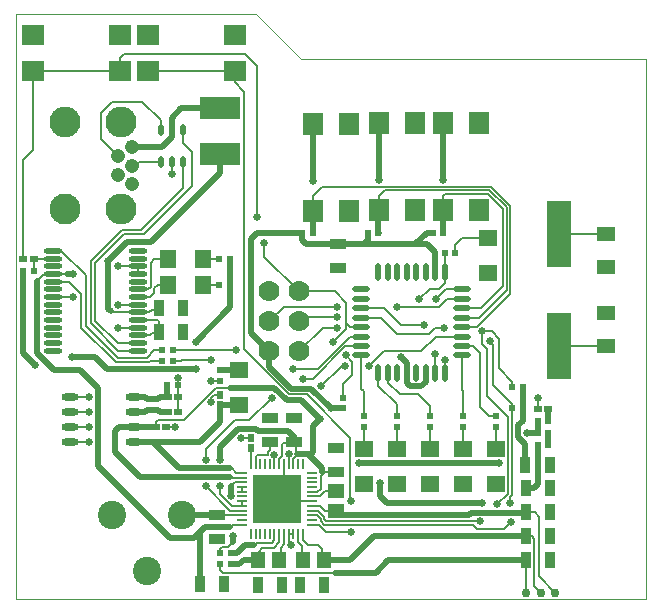
<source format=gtl>
G04*
G04 #@! TF.GenerationSoftware,Altium Limited,Altium Designer,19.1.8 (144)*
G04*
G04 Layer_Physical_Order=1*
G04 Layer_Color=255*
%FSLAX25Y25*%
%MOIN*%
G70*
G01*
G75*
%ADD13C,0.00600*%
%ADD16C,0.00050*%
%ADD17C,0.00000*%
%ADD18R,0.05709X0.03543*%
%ADD19R,0.03543X0.05709*%
%ADD20R,0.06496X0.05118*%
%ADD21R,0.02165X0.02165*%
%ADD22O,0.05906X0.02165*%
%ADD23O,0.02165X0.05906*%
%ADD24R,0.02165X0.02165*%
%ADD25R,0.07480X0.06693*%
%ADD26R,0.08268X0.22047*%
%ADD27R,0.06300X0.05500*%
%ADD28R,0.15945X0.15945*%
%ADD29O,0.00787X0.03347*%
%ADD30O,0.03347X0.00787*%
%ADD31O,0.06102X0.01772*%
%ADD32R,0.06693X0.07480*%
%ADD33R,0.13386X0.07480*%
%ADD34R,0.05500X0.06300*%
%ADD35R,0.02598X0.02441*%
%ADD36R,0.02441X0.02598*%
%ADD37R,0.04606X0.05787*%
%ADD38R,0.05787X0.04606*%
%ADD39O,0.05709X0.02362*%
%ADD40O,0.01968X0.03937*%
%ADD72C,0.02000*%
%ADD73C,0.04756*%
%ADD74O,0.10299X0.10299*%
%ADD75C,0.10299*%
%ADD76C,0.07000*%
%ADD77C,0.09449*%
%ADD78C,0.02500*%
%ADD79C,0.03000*%
D13*
X48260Y156315D02*
Y159740D01*
X42100Y165900D02*
X48260Y159740D01*
X32000Y165900D02*
X42100D01*
X28300Y162200D02*
X32000Y165900D01*
X28300Y153436D02*
Y162200D01*
Y153436D02*
X34020Y147716D01*
X117700Y77800D02*
X122650Y82750D01*
X135150D01*
X139976Y87576D01*
X142900Y79900D02*
X142912Y79888D01*
Y75580D02*
Y79888D01*
Y75580D02*
X142924Y75568D01*
X139800Y75594D02*
Y81600D01*
X139774Y75568D02*
X139800Y75594D01*
X181000Y84500D02*
X181000Y84500D01*
X196800D01*
X181000Y121902D02*
X181000Y121902D01*
X196800D01*
X158600Y89300D02*
X161000Y86900D01*
Y77000D02*
Y86900D01*
Y77000D02*
X165428Y72572D01*
X155500Y89300D02*
X158600D01*
X165428Y70800D02*
Y72572D01*
Y63700D02*
Y64972D01*
X159000Y71400D02*
X165428Y64972D01*
X159000Y71400D02*
Y84799D01*
X165400Y63672D02*
X165428Y63700D01*
X146472Y118172D02*
X148700Y120400D01*
X157300D01*
X146472Y115400D02*
Y118172D01*
X142924Y115395D02*
X142928Y115400D01*
X142924Y109032D02*
Y115395D01*
X158000Y85799D02*
X159000Y84799D01*
X158000Y85799D02*
Y86100D01*
X155500Y85000D02*
Y89300D01*
Y85000D02*
X157100Y83400D01*
X110100Y90200D02*
Y92100D01*
X105600Y85700D02*
X110100Y90200D01*
X92300Y76800D02*
X100562D01*
X111315Y87553D01*
X115145D01*
X115168Y87576D01*
X109900Y81400D02*
X112100Y79200D01*
X95800Y73503D02*
X98962D01*
X109885Y84426D01*
X115168D01*
X112100Y74800D02*
Y79200D01*
X108900Y71600D02*
X112100Y74800D01*
X108900Y67172D02*
Y71600D01*
X108230Y77530D02*
X109530D01*
X101700Y71000D02*
X108230Y77530D01*
X46100Y103700D02*
X47300Y104900D01*
X46100Y102100D02*
Y103700D01*
X44780Y100779D02*
X46100Y102100D01*
X40675Y100779D02*
X44780D01*
X47300Y104900D02*
X50600D01*
X157381Y135127D02*
X162400Y130108D01*
Y104300D02*
Y130108D01*
X155124Y97024D02*
X162400Y104300D01*
X157878Y136327D02*
X163600Y130605D01*
Y103200D02*
Y130605D01*
X154275Y93875D02*
X163600Y103200D01*
X158375Y137527D02*
X164800Y131102D01*
Y101900D02*
Y131102D01*
X153625Y90725D02*
X164800Y101900D01*
X148632Y97024D02*
X155124D01*
X148632Y93875D02*
X154275D01*
X148632Y90725D02*
X153625D01*
X44361Y95661D02*
X45244Y96544D01*
X47009D01*
X47565Y97100D01*
X40675Y95661D02*
X44361D01*
X44584Y87984D02*
X45244Y88644D01*
X47009D01*
X47565Y89200D01*
X40675Y87984D02*
X44584D01*
X47565Y89200D02*
Y92635D01*
X47098Y93102D02*
X47565Y92635D01*
X40675Y93102D02*
X47098D01*
X157100Y67600D02*
Y83400D01*
Y67600D02*
X163950Y60750D01*
X94400Y102600D02*
X106400D01*
X110100Y98900D01*
Y92100D02*
Y98900D01*
Y92100D02*
X111475Y90725D01*
X115168D01*
X139600Y90400D02*
X142800D01*
X137700Y88500D02*
X139600Y90400D01*
X127000Y88500D02*
X137700D01*
X128300Y91300D02*
X135900D01*
X122576Y97024D02*
X128300Y91300D01*
X115168Y97024D02*
X122576D01*
X109530Y77530D02*
X109800Y77800D01*
X139976Y87576D02*
X148632D01*
X121625Y93875D02*
X127000Y88500D01*
X115168Y93875D02*
X121625D01*
X127000Y97500D02*
X141000D01*
X143674Y100174D01*
X138000Y103500D02*
X141000D01*
X134500Y100000D02*
X138000Y103500D01*
X141000D02*
X142924Y105424D01*
Y109032D01*
X143324Y103324D02*
X148632D01*
X140000Y100000D02*
X143324Y103324D01*
X143674Y100174D02*
X148632D01*
X95800Y94000D02*
X107000D01*
X94400Y92600D02*
X95800Y94000D01*
X89300Y97500D02*
X107000D01*
X84400Y92600D02*
X89300Y97500D01*
X102300Y90500D02*
X107000D01*
X94400Y82600D02*
X102300Y90500D01*
X2528Y113639D02*
Y146528D01*
X154800Y64000D02*
Y82000D01*
X152374Y84426D02*
X154800Y82000D01*
X148632Y84426D02*
X152374D01*
X157828Y60972D02*
X159900D01*
X154800Y64000D02*
X157828Y60972D01*
X102027Y137527D02*
X158375D01*
X122927Y136327D02*
X157878D01*
X143127Y135127D02*
X157381D01*
X142323Y134323D02*
X143127Y135127D01*
X142323Y129826D02*
Y134323D01*
X120923D02*
X122927Y136327D01*
X120923Y129626D02*
Y134323D01*
X98923Y134423D02*
X102027Y137527D01*
X98923Y129526D02*
Y134423D01*
X115168Y70232D02*
Y81276D01*
Y70232D02*
X115900Y69500D01*
X159900Y50100D02*
Y57428D01*
X148900Y50100D02*
Y57428D01*
X137900Y50100D02*
Y57428D01*
X126900Y50100D02*
Y57428D01*
X115900Y50100D02*
Y57428D01*
X124066Y72134D02*
X127900Y68300D01*
X124066Y72134D02*
Y75528D01*
X124026Y75568D02*
X124066Y75528D01*
X127900Y68300D02*
X134100D01*
X137900Y64500D01*
Y60972D02*
Y64500D01*
X120876Y71224D02*
X126900Y65200D01*
X120876Y71224D02*
Y75568D01*
X126900Y60972D02*
Y65200D01*
X115900Y60972D02*
Y69500D01*
X148632Y69868D02*
Y81276D01*
Y69868D02*
X148900Y69600D01*
Y60972D02*
Y69600D01*
X172900Y29000D02*
X174400Y27500D01*
Y7600D02*
Y27500D01*
Y7600D02*
X179800Y2200D01*
X71537Y29563D02*
X75287D01*
X63400Y37700D02*
X71537Y29563D01*
X71922Y31138D02*
X75287D01*
X68100Y34959D02*
Y37800D01*
Y34959D02*
X71922Y31138D01*
X165400Y34800D02*
Y63672D01*
X164700Y34100D02*
X165400Y34800D01*
X164700Y32000D02*
Y34100D01*
X72220Y24720D02*
X75287D01*
X89397Y52197D02*
X92633D01*
X88800Y51600D02*
X89397Y52197D01*
X88800Y47760D02*
Y51600D01*
X90960Y48360D02*
X91000Y48400D01*
X92512Y46871D02*
X93300Y47660D01*
X92512Y45213D02*
Y46871D01*
X102125Y13000D02*
Y16675D01*
X171900Y21000D02*
X172700Y20200D01*
Y4500D02*
Y20200D01*
Y4500D02*
X175000Y2200D01*
X169965Y21000D02*
X171900D01*
X169965Y2165D02*
Y13000D01*
Y29000D02*
X172900D01*
X97000Y68300D02*
X111450Y53850D01*
Y32850D02*
Y53850D01*
X91100Y68300D02*
X97000D01*
X163950Y35177D02*
Y60750D01*
X111450Y32850D02*
X111600Y32700D01*
X54072Y71400D02*
Y73900D01*
X9457Y108457D02*
X12525D01*
X7200Y106200D02*
X9457Y108457D01*
X160500Y31727D02*
X163950Y35177D01*
X162600Y23500D02*
X164900Y25800D01*
X103333Y26072D02*
X154772D01*
X101605Y40969D02*
X103100Y42465D01*
X101986D02*
X103100D01*
X93300Y47660D02*
Y51865D01*
X92800Y52365D02*
X93300Y51865D01*
X87823Y46783D02*
X88800Y47760D01*
X87823Y45248D02*
Y46783D01*
X87787Y45213D02*
X87823Y45248D01*
X86151Y48151D02*
X86182Y48121D01*
Y45243D02*
Y48121D01*
Y45243D02*
X86213Y45213D01*
X90960Y45236D02*
Y48360D01*
X90937Y45213D02*
X90960Y45236D01*
X173968Y66968D02*
X174000Y67000D01*
X84800Y49841D02*
Y50965D01*
X84001Y49042D02*
X84800Y49841D01*
X84001Y48101D02*
Y49042D01*
X83900Y48000D02*
X84001Y48101D01*
X92900Y52365D02*
X93648D01*
X92800D02*
X92900D01*
X92633Y52197D02*
X92800Y52365D01*
X87787Y32713D02*
X98713D01*
X89362Y35862D02*
Y45213D01*
X76100Y83300D02*
X91100Y68300D01*
X76100Y83300D02*
Y169200D01*
X77800Y59700D02*
X85300Y67200D01*
X72900Y59700D02*
X77800D01*
X63400Y50200D02*
X72900Y59700D01*
X63400Y46500D02*
Y50200D01*
X101172Y24839D02*
X103511Y22500D01*
X98713Y24839D02*
X101172D01*
X103511Y22500D02*
X111600D01*
X102837Y24872D02*
X152228D01*
X153600Y23500D01*
X102806Y26599D02*
X103333Y26072D01*
X101606Y26102D02*
X102837Y24872D01*
X173968Y63400D02*
Y66968D01*
X153600Y23500D02*
X162600D01*
X101606Y26102D02*
Y26794D01*
X100570Y29527D02*
X102806Y27291D01*
Y26599D02*
Y27291D01*
X98748Y29527D02*
X100570D01*
X98713Y29563D02*
X98748Y29527D01*
X100448Y27952D02*
X101606Y26794D01*
X98748Y27952D02*
X100448D01*
X98713Y27988D02*
X98748Y27952D01*
X42600Y121600D02*
X58700Y137700D01*
X35994Y121600D02*
X42600D01*
X58700Y137700D02*
Y149000D01*
X41700Y123200D02*
X55740Y137240D01*
X35331Y123200D02*
X41700D01*
X55740Y137240D02*
Y145685D01*
X69000Y8900D02*
X106300D01*
X68128Y9772D02*
X69000Y8900D01*
X68128Y9772D02*
Y11600D01*
X78268Y53700D02*
X78300Y53732D01*
X75200Y53700D02*
X78268D01*
X50032Y57400D02*
X53200D01*
X64900Y67000D02*
X65965Y68065D01*
X64900Y65700D02*
Y67000D01*
X65000Y72900D02*
X65043Y72857D01*
X68000D01*
X65965Y68065D02*
X68000D01*
X54032Y71361D02*
X54072Y71400D01*
X54032Y67400D02*
Y71361D01*
Y62400D02*
Y67400D01*
X54900Y79500D02*
X55200Y79800D01*
X52272Y79500D02*
X54900D01*
X55200Y79800D02*
X65200D01*
X66643Y70500D02*
X71400D01*
X2428Y113539D02*
X2528Y113639D01*
X2428Y113539D02*
X2468Y113500D01*
X80300Y127300D02*
Y177900D01*
X76300Y181900D02*
X80300Y177900D01*
X36200Y181900D02*
X76300D01*
X82800Y114200D02*
X94400Y102600D01*
X82800Y114200D02*
Y118900D01*
X34826Y180526D02*
X36200Y181900D01*
X34826Y176177D02*
Y180526D01*
X103100Y42465D02*
X106600D01*
X101605Y36919D02*
Y40969D01*
X52272Y83000D02*
X73500D01*
X56043Y59900D02*
X66643Y70500D01*
X44900Y112200D02*
X46100Y113400D01*
X50600D01*
X44900Y104100D02*
Y112200D01*
X44172Y103373D02*
X44900Y104100D01*
X40709Y103373D02*
X44172D01*
X40675Y103339D02*
X40709Y103373D01*
X47300Y59900D02*
X56043D01*
X46569Y59169D02*
X47300Y59900D01*
X46569Y57401D02*
Y59169D01*
X46568Y57400D02*
X46569Y57401D01*
X80500Y48000D02*
X83900D01*
X79913Y47413D02*
X80500Y48000D01*
X79913Y45213D02*
Y47413D01*
X78300Y50268D02*
X78339Y50229D01*
Y45213D02*
Y50229D01*
X2528Y146528D02*
X5826Y149826D01*
Y176177D01*
X5922Y113564D02*
X5932Y113575D01*
X5922Y109500D02*
Y113564D01*
X12475Y113575D02*
X12500Y113600D01*
X5932Y113575D02*
X12475D01*
X90937Y19352D02*
Y21787D01*
Y19352D02*
X91750Y18539D01*
Y18050D02*
Y18539D01*
X70693Y17293D02*
X72495Y19095D01*
X68200Y15372D02*
Y16800D01*
X68128Y15300D02*
X68200Y15372D01*
Y16800D02*
X68693Y17293D01*
X70693D01*
X66976Y27988D02*
X75287D01*
X66965Y28000D02*
X66976Y27988D01*
X71700Y37600D02*
X73112Y39012D01*
X75287D01*
X86002Y17214D02*
X87787Y19000D01*
Y21787D01*
X80900Y13000D02*
Y15900D01*
X79514Y18114D02*
X80214Y18814D01*
X85414D01*
X86213Y19613D02*
Y21787D01*
X85414Y18814D02*
X86213Y19613D01*
X82214Y17214D02*
X86002D01*
X89362Y18312D02*
Y21787D01*
X75287Y35862D02*
Y37318D01*
X26550Y112156D02*
X35994Y121600D01*
X26550Y92850D02*
Y112156D01*
Y92850D02*
X33975Y85425D01*
X16843Y108457D02*
X16900Y108400D01*
X12525Y108457D02*
X16843D01*
X15525Y115872D02*
X23350Y108047D01*
X12787Y115872D02*
X15525D01*
X23350Y91150D02*
Y108047D01*
X24950Y92050D02*
Y112819D01*
X35331Y123200D01*
X17688Y105898D02*
X21750Y101836D01*
X12525Y105898D02*
X17688D01*
X24950Y92050D02*
X34134Y82866D01*
X73026Y172274D02*
X76100Y169200D01*
X73026Y172274D02*
Y176177D01*
X31600Y96024D02*
X31963Y95661D01*
X40675D01*
X75287Y31138D02*
Y32594D01*
X33255Y78982D02*
X44351D01*
X44869Y79500D02*
X48728D01*
X44351Y78982D02*
X44869Y79500D01*
X46106Y83000D02*
X48728D01*
X43688Y80582D02*
X46106Y83000D01*
X71500Y24000D02*
X72220Y24720D01*
X21750Y90487D02*
X33255Y78982D01*
X34134Y82866D02*
X40675D01*
X21750Y90487D02*
Y101836D01*
X23350Y91150D02*
X33918Y80582D01*
X43688D01*
X12525Y116134D02*
X12787Y115872D01*
X88225Y17175D02*
X89362Y18312D01*
X88225Y13000D02*
Y17175D01*
X80900Y15900D02*
X82214Y17214D01*
X100548Y35862D02*
X101605Y36919D01*
X98713Y35862D02*
X100548D01*
X91056Y21787D02*
X92393D01*
X101362Y31138D02*
X103158Y29342D01*
X106533D01*
X98713Y31138D02*
X101362D01*
X101387Y34287D02*
X103158Y36058D01*
X106533D01*
X106600Y36125D01*
X98713Y34287D02*
X101387D01*
X88968Y35469D02*
X89362Y35862D01*
X87000Y33500D02*
X88968Y35469D01*
X87000Y33500D02*
X87787Y32713D01*
X100800Y18000D02*
X102125Y16675D01*
X97546Y18000D02*
X100800D01*
X95661Y19884D02*
X97546Y18000D01*
X95661Y19884D02*
Y21787D01*
X95275Y13000D02*
Y17825D01*
X94087Y19013D02*
X95275Y17825D01*
X94087Y19013D02*
Y21787D01*
X71500Y43600D02*
X71946D01*
X73384Y42161D01*
X75287D01*
X71500Y40600D02*
X71513Y40587D01*
X75287D01*
X44026Y176177D02*
X73026D01*
X55740Y151960D02*
X58700Y149000D01*
X55740Y151960D02*
Y156315D01*
X33975Y85425D02*
X40675D01*
X18072Y52400D02*
X24500D01*
X18072Y57400D02*
X24500D01*
X18072Y62400D02*
X24500D01*
X24400Y67400D02*
X24500Y67300D01*
X18072Y67400D02*
X24400D01*
X62400Y104900D02*
X67828D01*
X62400Y113400D02*
X67828D01*
X52000Y141600D02*
Y145685D01*
X34100Y90543D02*
X40675D01*
X40675Y90543D01*
X34000Y98220D02*
X40675D01*
X40675Y98220D01*
Y108457D02*
Y111016D01*
X34100Y111016D02*
X34100Y111016D01*
X40675D01*
X19200Y100779D02*
X19200Y100779D01*
X12525Y100779D02*
X19200D01*
X12500Y113600D02*
X12525Y113575D01*
X5826Y176177D02*
X34826D01*
X39869Y144567D02*
X40987Y145685D01*
X38744Y144567D02*
X39869D01*
X40987Y145685D02*
X48260D01*
D16*
X0Y195000D02*
X80000D01*
X205000Y0D02*
X210000D01*
Y180000D01*
X205000D02*
X210000D01*
X95000D02*
X205000D01*
X0Y0D02*
X205000D01*
X80000Y195000D02*
X95000Y180000D01*
X0Y0D02*
Y195000D01*
D17*
X38941Y128425D02*
Y131575D01*
X31461D02*
X38941D01*
X31461Y128425D02*
Y131575D01*
Y128425D02*
X38941D01*
X20240Y157559D02*
Y160709D01*
X12760D02*
X20240D01*
X12760Y157559D02*
Y160709D01*
Y157559D02*
X20240D01*
X38941D02*
Y160709D01*
X31461D02*
X38941D01*
X31461Y157559D02*
Y160709D01*
Y157559D02*
X38941D01*
X20240Y128425D02*
Y131575D01*
X12760D02*
X20240D01*
X12760Y128425D02*
Y131575D01*
Y128425D02*
X20240D01*
D18*
X107300Y110265D02*
D03*
Y118335D02*
D03*
X106600Y50535D02*
D03*
Y42465D02*
D03*
X67000Y19965D02*
D03*
Y28035D02*
D03*
X92800Y60435D02*
D03*
Y52365D02*
D03*
X84700Y60371D02*
D03*
Y52300D02*
D03*
D19*
X47565Y89200D02*
D03*
X55635D02*
D03*
X47565Y97100D02*
D03*
X55635D02*
D03*
X169865Y44900D02*
D03*
X177935D02*
D03*
X169893Y37000D02*
D03*
X177964D02*
D03*
X169965Y29000D02*
D03*
X178035D02*
D03*
X169965Y21000D02*
D03*
X178035D02*
D03*
X169965Y13000D02*
D03*
X178035D02*
D03*
X102735Y4900D02*
D03*
X94665D02*
D03*
X80765D02*
D03*
X88835D02*
D03*
X61465Y5000D02*
D03*
X69535D02*
D03*
D20*
X196800Y110878D02*
D03*
Y121902D02*
D03*
Y95524D02*
D03*
Y84500D02*
D03*
D21*
X168972Y70800D02*
D03*
X165428D02*
D03*
X168972Y63700D02*
D03*
X165428D02*
D03*
X146472Y115400D02*
D03*
X142928D02*
D03*
X2378Y109500D02*
D03*
X5922D02*
D03*
X142472Y122200D02*
D03*
X138928D02*
D03*
X120872Y122100D02*
D03*
X117328D02*
D03*
X98972D02*
D03*
X95428D02*
D03*
X52272Y79500D02*
D03*
X48728D02*
D03*
X52272Y83000D02*
D03*
X48728D02*
D03*
X177472Y51400D02*
D03*
X173928D02*
D03*
X177472Y55400D02*
D03*
X173928D02*
D03*
X71672Y15300D02*
D03*
X68128D02*
D03*
X68128Y11600D02*
D03*
X71672D02*
D03*
X177472Y59400D02*
D03*
X173928D02*
D03*
X67828Y113400D02*
D03*
X71372D02*
D03*
X67828Y104900D02*
D03*
X71372D02*
D03*
X50528Y71400D02*
D03*
X54072D02*
D03*
D22*
X115168Y81276D02*
D03*
Y84426D02*
D03*
Y87576D02*
D03*
Y90725D02*
D03*
Y93875D02*
D03*
Y97024D02*
D03*
Y100174D02*
D03*
Y103324D02*
D03*
X148632D02*
D03*
Y100174D02*
D03*
Y97024D02*
D03*
Y93875D02*
D03*
Y90725D02*
D03*
Y87576D02*
D03*
Y84426D02*
D03*
Y81276D02*
D03*
D23*
X120876Y109032D02*
D03*
X124026D02*
D03*
X127176D02*
D03*
X130325D02*
D03*
X133475D02*
D03*
X136624D02*
D03*
X139774D02*
D03*
X142924D02*
D03*
Y75568D02*
D03*
X139774D02*
D03*
X136624D02*
D03*
X133475D02*
D03*
X130325D02*
D03*
X127176D02*
D03*
X124026D02*
D03*
X120876D02*
D03*
D24*
X108900Y67172D02*
D03*
Y63628D02*
D03*
X159900Y57428D02*
D03*
Y60972D02*
D03*
X68000Y72857D02*
D03*
Y76400D02*
D03*
X45900Y63128D02*
D03*
Y66672D02*
D03*
X126900Y60972D02*
D03*
Y57428D02*
D03*
X115900Y60972D02*
D03*
Y57428D02*
D03*
X137900Y60972D02*
D03*
Y57428D02*
D03*
X148900Y60972D02*
D03*
Y57428D02*
D03*
D25*
X34874Y176123D02*
D03*
Y188123D02*
D03*
X5874Y176123D02*
D03*
Y188123D02*
D03*
X44026Y188177D02*
D03*
Y176177D02*
D03*
X73026Y188177D02*
D03*
Y176177D02*
D03*
D26*
X181000Y121902D02*
D03*
Y84500D02*
D03*
D27*
X157300Y108600D02*
D03*
Y120400D02*
D03*
X159900Y38300D02*
D03*
Y50100D02*
D03*
X148900Y38300D02*
D03*
Y50100D02*
D03*
X137900Y38300D02*
D03*
Y50100D02*
D03*
X126900Y38300D02*
D03*
Y50100D02*
D03*
X115900Y38300D02*
D03*
Y50100D02*
D03*
X74500Y76400D02*
D03*
Y64600D02*
D03*
D28*
X87000Y33500D02*
D03*
D29*
X78339Y45213D02*
D03*
X79913D02*
D03*
X81488D02*
D03*
X83063D02*
D03*
X84638D02*
D03*
X86213D02*
D03*
X87787D02*
D03*
X89362D02*
D03*
X90937D02*
D03*
X92512D02*
D03*
X94087D02*
D03*
X95661D02*
D03*
Y21787D02*
D03*
X94087D02*
D03*
X92512D02*
D03*
X90937D02*
D03*
X89362D02*
D03*
X87787D02*
D03*
X86213D02*
D03*
X84638D02*
D03*
X83063D02*
D03*
X81488D02*
D03*
X79913D02*
D03*
X78339D02*
D03*
D30*
X98713Y42161D02*
D03*
Y40587D02*
D03*
Y39012D02*
D03*
Y37437D02*
D03*
Y35862D02*
D03*
Y34287D02*
D03*
Y32713D02*
D03*
Y31138D02*
D03*
Y29563D02*
D03*
Y27988D02*
D03*
Y26413D02*
D03*
Y24839D02*
D03*
X75287D02*
D03*
Y26413D02*
D03*
Y27988D02*
D03*
Y29563D02*
D03*
Y31138D02*
D03*
Y32713D02*
D03*
Y34287D02*
D03*
Y35862D02*
D03*
Y37437D02*
D03*
Y39012D02*
D03*
Y40587D02*
D03*
Y42161D02*
D03*
D31*
X12525Y116134D02*
D03*
Y113575D02*
D03*
Y111016D02*
D03*
Y108457D02*
D03*
Y105898D02*
D03*
Y103339D02*
D03*
Y100779D02*
D03*
Y98220D02*
D03*
Y95661D02*
D03*
Y93102D02*
D03*
Y90543D02*
D03*
Y87984D02*
D03*
Y85425D02*
D03*
Y82866D02*
D03*
X40675Y116134D02*
D03*
Y113575D02*
D03*
Y111016D02*
D03*
Y108457D02*
D03*
Y105898D02*
D03*
Y103339D02*
D03*
Y100779D02*
D03*
Y98220D02*
D03*
Y95661D02*
D03*
Y93102D02*
D03*
Y90543D02*
D03*
Y87984D02*
D03*
Y85425D02*
D03*
Y82866D02*
D03*
D32*
X142323Y129826D02*
D03*
X154323D02*
D03*
X142323Y158826D02*
D03*
X154323D02*
D03*
X120923Y129626D02*
D03*
X132923D02*
D03*
X120923Y158626D02*
D03*
X132923D02*
D03*
X98923Y129526D02*
D03*
X110923D02*
D03*
X98923Y158526D02*
D03*
X110923D02*
D03*
D33*
X68000Y163677D02*
D03*
Y148323D02*
D03*
D34*
X50600Y104900D02*
D03*
X62400D02*
D03*
X50600Y113400D02*
D03*
X62400D02*
D03*
D35*
X2468Y113575D02*
D03*
X5932D02*
D03*
X177432Y63400D02*
D03*
X173968D02*
D03*
X54032Y67400D02*
D03*
X50568D02*
D03*
X54032Y62400D02*
D03*
X50568D02*
D03*
X50032Y57400D02*
D03*
X46568D02*
D03*
D36*
X68000Y64600D02*
D03*
Y68065D02*
D03*
X78300Y53732D02*
D03*
Y50268D02*
D03*
D37*
X80875Y13000D02*
D03*
X87725D02*
D03*
X102625D02*
D03*
X95775D02*
D03*
D38*
X106600Y29275D02*
D03*
Y36125D02*
D03*
D39*
X39528Y52400D02*
D03*
Y57400D02*
D03*
Y62400D02*
D03*
Y67400D02*
D03*
X18072Y52400D02*
D03*
Y57400D02*
D03*
Y62400D02*
D03*
Y67400D02*
D03*
D40*
X55740Y156315D02*
D03*
X52000D02*
D03*
X48260D02*
D03*
X55740Y145685D02*
D03*
X52000D02*
D03*
X48260D02*
D03*
D72*
X128400Y80600D02*
X130294Y78706D01*
Y75599D02*
Y78706D01*
Y75599D02*
X130325Y75568D01*
X168972Y63700D02*
Y70800D01*
Y59572D02*
Y63700D01*
X167450Y58050D02*
X168972Y59572D01*
X167450Y54220D02*
Y58050D01*
X104900Y63600D02*
X108872D01*
X108900Y63628D01*
X96800Y118400D02*
X116000D01*
X2378Y82122D02*
X6500Y78000D01*
X135200Y71000D02*
X136593Y72393D01*
Y75536D01*
X136624Y75568D01*
X131528Y71000D02*
X135200D01*
X130357Y72172D02*
X131528Y71000D01*
X130357Y72172D02*
Y75536D01*
X130325Y75568D02*
X130357Y75536D01*
X142300Y158803D02*
X142323Y158826D01*
X142300Y139700D02*
Y158803D01*
X133200Y118400D02*
X137100D01*
X139774Y115726D01*
Y109032D02*
Y115726D01*
X116000Y118400D02*
X133200D01*
X116000D02*
X117310Y119710D01*
Y122082D01*
X117328Y122100D01*
X133200Y118400D02*
X136917Y122117D01*
X138846D01*
X138928Y122200D01*
X95468Y119732D02*
X96800Y118400D01*
X95468Y119732D02*
Y122060D01*
X95428Y122100D02*
X95468Y122060D01*
X92900Y52365D02*
Y53800D01*
X167450Y54220D02*
X169865Y51805D01*
X21300Y76500D02*
X27500Y70300D01*
X12700Y76500D02*
X21300D01*
X7200Y82000D02*
X12700Y76500D01*
X89153Y56000D02*
X90700D01*
X89117Y55964D02*
X89153Y56000D01*
X80851Y55964D02*
X89117D01*
X80183Y56631D02*
X80851Y55964D01*
X169886Y28922D02*
X169965Y29000D01*
X161725Y28922D02*
X169886D01*
X114400Y45400D02*
X161000D01*
X121400Y34500D02*
Y38900D01*
Y34500D02*
X123700Y32200D01*
X169865Y44900D02*
Y51805D01*
X169893Y37000D02*
X172600D01*
X173928Y38328D01*
Y51400D01*
X71372Y97372D02*
Y104900D01*
X59900Y85900D02*
X71372Y97372D01*
X30500Y76800D02*
X59900D01*
X26500Y80800D02*
X30500Y76800D01*
X18800Y80800D02*
X26500D01*
X2378Y82122D02*
Y109500D01*
X7200Y82000D02*
Y106200D01*
X123700Y32200D02*
X155300D01*
X161680Y28877D02*
X161725Y28922D01*
X159319Y28877D02*
X161680D01*
X159275Y28922D02*
X159319Y28877D01*
X151800Y28922D02*
X159275D01*
X97314Y48486D02*
X101986Y43814D01*
X98486Y48486D02*
X99000Y49000D01*
X97314Y48486D02*
X98486D01*
X101986Y42465D02*
Y43814D01*
X93850Y48486D02*
X97314D01*
X151078Y28200D02*
X151800Y28922D01*
X107675Y28200D02*
X151078D01*
X90700Y56000D02*
X92900Y53800D01*
X106600Y29275D02*
X107675Y28200D01*
X170300Y55400D02*
X173928D01*
X99000Y57700D02*
X101400Y60100D01*
X99000Y49000D02*
Y57700D01*
X27500Y44500D02*
Y70300D01*
Y44500D02*
X51500Y20500D01*
X91887Y70200D02*
X98300D01*
X95100Y66400D02*
X101400Y60100D01*
X90313Y66400D02*
X95100D01*
X86213Y70500D02*
X90313Y66400D01*
X98300Y70200D02*
X104900Y63600D01*
X84540Y77547D02*
X91887Y70200D01*
X71400Y70500D02*
X86213D01*
X84540Y77547D02*
Y82460D01*
X84400Y82600D02*
X84540Y82460D01*
X54500Y43600D02*
X71500D01*
X45700Y52400D02*
X54500Y43600D01*
X41400Y40600D02*
X71500D01*
X33000Y49000D02*
X41400Y40600D01*
X74101Y56631D02*
X80183D01*
X68100Y50630D02*
X74101Y56631D01*
X68100Y46500D02*
Y50630D01*
X71700Y34400D02*
Y37600D01*
X119500Y21000D02*
X169965D01*
X111500Y13000D02*
X119500Y21000D01*
X45200Y119200D02*
X68000Y142000D01*
X37200Y119200D02*
X45200D01*
X68000Y142000D02*
Y148323D01*
X78400Y88600D02*
X84400Y82600D01*
X80500Y122100D02*
X95428D01*
X78400Y120000D02*
X80500Y122100D01*
X33000Y56000D02*
X34400Y57400D01*
X33000Y49000D02*
Y56000D01*
X120923Y139677D02*
Y158626D01*
X98923Y139577D02*
Y158526D01*
X47953Y62547D02*
X50420D01*
X47454Y63046D02*
X47953Y62547D01*
X45983Y63046D02*
X47454D01*
X50420Y62547D02*
X50568Y62400D01*
X45700Y52400D02*
X61300D01*
X68000Y59100D01*
X39528Y52400D02*
X45700D01*
X68000Y59100D02*
Y64600D01*
X106300Y8900D02*
X119900D01*
X124000Y13000D01*
X72495Y19095D02*
Y21095D01*
X72500Y21100D01*
X76514Y18114D02*
X79514D01*
X16900Y108400D02*
X19200D01*
X78400Y88600D02*
Y120000D01*
X74500Y76400D02*
X74500Y76400D01*
X68000Y76400D02*
X74500D01*
X74500Y64600D02*
X74500Y64600D01*
X68000Y64600D02*
X74500D01*
X30750Y96874D02*
X31600Y96024D01*
X30750Y96874D02*
Y112750D01*
X37200Y119200D01*
X98923Y129526D02*
X98972Y128677D01*
Y122100D02*
Y128677D01*
Y122100D02*
X99040Y122032D01*
X142423Y128726D02*
X142472Y128677D01*
Y122200D02*
Y128677D01*
X142389Y122117D02*
X142472Y122200D01*
X120872Y128675D02*
X120923Y129626D01*
X120872Y122100D02*
Y128675D01*
Y122100D02*
X120900Y122072D01*
X177432Y63400D02*
X177472Y63361D01*
Y59400D02*
Y63361D01*
Y51400D02*
Y55400D01*
X173928D02*
Y59400D01*
X124000Y13000D02*
X169965D01*
X102625D02*
X111500D01*
X106533Y29342D02*
X106600Y29275D01*
X51500Y20500D02*
X59500D01*
X61465Y22465D01*
X63000Y24000D02*
X71500D01*
X61465Y22465D02*
X63000Y24000D01*
X61465Y5000D02*
Y22465D01*
X55177Y163677D02*
X68000D01*
X52000Y160500D02*
X55177Y163677D01*
X52000Y156315D02*
Y160500D01*
X75900Y13000D02*
X80875D01*
X80900D01*
X73783Y15383D02*
X76514Y18114D01*
X71754Y15383D02*
X73783D01*
X71672Y15300D02*
X71754Y15383D01*
X74500Y11600D02*
X75900Y13000D01*
X71672Y11600D02*
X74500D01*
X50528Y67439D02*
Y71400D01*
Y67439D02*
X50568Y67400D01*
X50470Y67303D02*
X50568Y67400D01*
X47903Y67303D02*
X50470D01*
X47354Y66754D02*
X47903Y67303D01*
X45983Y66754D02*
X47354D01*
X45900Y66672D02*
X45983Y66754D01*
X42969Y67331D02*
X43560Y66740D01*
X45832D01*
X45900Y66672D01*
X39598Y67331D02*
X42969D01*
X39528Y67400D02*
X39598Y67331D01*
X45900Y63128D02*
X45983Y63046D01*
X42969Y62469D02*
X43560Y63060D01*
X45832D01*
X45900Y63128D01*
X39598Y62469D02*
X42969D01*
X39528Y62400D02*
X39598Y62469D01*
X39528Y57400D02*
X46568D01*
X55500Y28000D02*
X66965D01*
X34400Y57400D02*
X39528D01*
X71372Y104900D02*
Y113400D01*
X48866Y150866D02*
X52000Y154000D01*
Y156315D01*
X38744Y150866D02*
X48866D01*
D73*
X38744D02*
D03*
Y144567D02*
D03*
Y138268D02*
D03*
X34020Y147716D02*
D03*
Y141417D02*
D03*
D74*
X16500Y159134D02*
D03*
X35201D02*
D03*
Y130000D02*
D03*
D75*
X16500D02*
D03*
D76*
X94400Y82600D02*
D03*
X84400D02*
D03*
X94400Y92600D02*
D03*
X84400D02*
D03*
X94400Y102600D02*
D03*
X84400D02*
D03*
D77*
X55500Y28000D02*
D03*
X32000D02*
D03*
X43780Y9496D02*
D03*
D78*
X128400Y80600D02*
D03*
X142900Y79900D02*
D03*
X139800Y81600D02*
D03*
X181000Y84500D02*
D03*
Y121902D02*
D03*
X157300Y108600D02*
D03*
X158000Y86100D02*
D03*
X105600Y85700D02*
D03*
X109900Y81400D02*
D03*
X55635Y89200D02*
D03*
Y97100D02*
D03*
X155500Y89300D02*
D03*
X142800Y90400D02*
D03*
X135900Y91300D02*
D03*
X109800Y77800D02*
D03*
X117700D02*
D03*
X127000Y97500D02*
D03*
X134500Y100000D02*
D03*
X140000D02*
D03*
X107000Y94000D02*
D03*
Y97500D02*
D03*
Y90500D02*
D03*
X142300Y139700D02*
D03*
X142323Y129826D02*
D03*
X92905Y27595D02*
D03*
X88968D02*
D03*
X85031D02*
D03*
X81094D02*
D03*
Y31532D02*
D03*
X92905D02*
D03*
Y35469D02*
D03*
Y39406D02*
D03*
X88968D02*
D03*
X85031D02*
D03*
X81094D02*
D03*
Y35469D02*
D03*
X88968Y31532D02*
D03*
X85031D02*
D03*
X88968Y35469D02*
D03*
X85031D02*
D03*
X91000Y48400D02*
D03*
X121400Y38900D02*
D03*
X114400Y45400D02*
D03*
X159900Y38300D02*
D03*
X169865Y44900D02*
D03*
X177935D02*
D03*
X59900Y85900D02*
D03*
Y76800D02*
D03*
X54100Y73900D02*
D03*
X18800Y80800D02*
D03*
X6500Y78000D02*
D03*
X177964Y37000D02*
D03*
X155300Y32200D02*
D03*
X160500Y31727D02*
D03*
X164900Y25800D02*
D03*
X154772Y26072D02*
D03*
X164700Y32000D02*
D03*
X169893Y37000D02*
D03*
X174000Y67000D02*
D03*
X170300Y55400D02*
D03*
X161000Y45400D02*
D03*
X86151Y48151D02*
D03*
X106600Y50535D02*
D03*
X101700Y71000D02*
D03*
X92300Y76800D02*
D03*
X95800Y73503D02*
D03*
X85300Y67200D02*
D03*
X63400Y46500D02*
D03*
Y37700D02*
D03*
X68100Y46500D02*
D03*
Y37800D02*
D03*
X71700Y34400D02*
D03*
X111600Y22500D02*
D03*
X75200Y53700D02*
D03*
X53200Y57400D02*
D03*
X64900Y65700D02*
D03*
X65000Y72900D02*
D03*
X65200Y79800D02*
D03*
X82800Y118900D02*
D03*
X80300Y127300D02*
D03*
X110923Y158526D02*
D03*
X120923Y139677D02*
D03*
X98923Y139577D02*
D03*
X73026Y188177D02*
D03*
X44026D02*
D03*
X34826D02*
D03*
X5826D02*
D03*
X132923Y158626D02*
D03*
X154323Y158826D02*
D03*
Y129826D02*
D03*
X132923Y129626D02*
D03*
X110923Y129526D02*
D03*
X120923Y129626D02*
D03*
X98923Y129526D02*
D03*
X73500Y83000D02*
D03*
X104900Y63600D02*
D03*
X101400Y60100D02*
D03*
X106600Y42465D02*
D03*
X91750Y18050D02*
D03*
X88835Y4900D02*
D03*
X94665D02*
D03*
X72500Y21100D02*
D03*
X19200Y108400D02*
D03*
X30750Y112750D02*
D03*
X111600Y32700D02*
D03*
X178000Y13000D02*
D03*
Y21000D02*
D03*
Y29000D02*
D03*
X69535Y5000D02*
D03*
X92800Y60435D02*
D03*
X84700Y60371D02*
D03*
X126900Y38300D02*
D03*
X137900D02*
D03*
X148900D02*
D03*
X115900D02*
D03*
X102735Y4900D02*
D03*
X80765D02*
D03*
X67000Y19965D02*
D03*
X24500Y52400D02*
D03*
Y57400D02*
D03*
Y62400D02*
D03*
Y67300D02*
D03*
X52000Y141600D02*
D03*
X34100Y90543D02*
D03*
X34000Y98220D02*
D03*
X34100Y111016D02*
D03*
X19200Y100779D02*
D03*
D79*
X179800Y2200D02*
D03*
X175000D02*
D03*
X169965D02*
D03*
M02*

</source>
